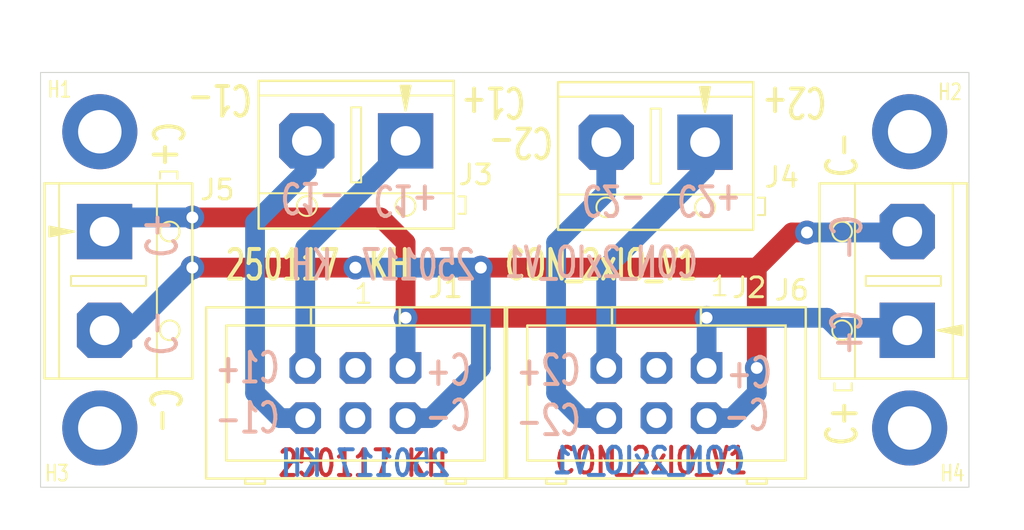
<source format=kicad_pcb>
(kicad_pcb (version 20240108) (generator "pcbnew") (generator_version "8.0")
  (layers (0 "F.Cu" signal) (31 "B.Cu" signal) (34 "B.Paste" user) (35 "F.Paste" user) (36 "B.SilkS" user "B.Silkscreen") (37 "F.SilkS" user "F.Silkscreen") (38 "B.Mask" user) (39 "F.Mask" user) (44 "Edge.Cuts" user))
  (net 0 "")
  (net 2 "/C+")
  (net 3 "/C1+")
  (net 4 "/C1-")
  (net 5 "/C-")
  (net 7 "/C2-")
  (net 8 "/C2+")
  (footprint "_kh_library:MountingHole_2.2mm_M2_Pad_TopBottom_kh" (layer "F.Cu") (at 94.1 64)
    (property "Reference" "H4" (at 2.166 2.294 0) (layer "F.SilkS") (effects (font (size 0.8 0.6) (thickness 0.1) (bold yes))))
    (property "Value" "MountingHole")
    (pad "1" thru_hole circle (at 0 0) (size 2.6 2.6) (drill 2.2) (layers "*.Cu" "*.Mask"))
    (pad "1" connect circle (at 0 0) (size 3.8 3.8) (layers "F.Cu" "F.Mask"))
    (pad "1" connect circle (at 0 0) (size 3.8 3.8) (layers "B.Cu" "B.Mask"))
  )
  (footprint "_kh_library:MountingHole_2.2mm_M2_Pad_TopBottom_kh" (layer "F.Cu") (at 53.1 64)
    (property "Reference" "H3" (at -2.173 2.294 0) (layer "F.SilkS") (effects (font (size 0.8 0.6) (thickness 0.1))))
    (property "Value" "MountingHole")
    (pad "1" thru_hole circle (at 0 0) (size 2.6 2.6) (drill 2.2) (layers "*.Cu" "*.Mask"))
    (pad "1" connect circle (at 0 0) (size 3.8 3.8) (layers "F.Cu" "F.Mask"))
    (pad "1" connect circle (at 0 0) (size 3.8 3.8) (layers "B.Cu" "B.Mask"))
  )
  (footprint "_kh_library:Screw_Terminal_01x02_P5" (layer "F.Cu") (at 93.98 59.055 180)
    (property "Reference" "J6" (at 5.842 2.032 180) (layer "F.SilkS"))
    (property "Value" "Screw_Terminal_01x02_P5")
    (fp_line (start 3.69 -3.04) (end 3.69 -2.68) (stroke (width 0.1)) (layer "F.SilkS"))
    (fp_line (start 2.81 -3.04) (end 3.69 -3.04) (stroke (width 0.1)) (layer "F.SilkS"))
    (fp_line (start 2.81 -3.04) (end 2.81 -2.68) (stroke (width 0.1)) (layer "F.SilkS"))
    (fp_line (start 2.65 -2.44) (end 2.65 7.44) (stroke (width 0.1)) (layer "F.SilkS"))
    (fp_line (start -2.3 -2.44) (end -2.3 7.44) (stroke (width 0.1)) (layer "F.SilkS"))
    (fp_rect (start -1.7 2.25) (end 2.1 2.75) (stroke (width 0.1)) (fill none) (layer "F.SilkS"))
    (fp_rect (start -3.04 -2.44) (end 4.44 7.44) (stroke (width 0.12)) (fill none) (layer "F.SilkS"))
    (fp_circle (center 3.3 5) (end 3.8 5) (stroke (width 0.1)) (fill none) (layer "F.SilkS"))
    (fp_circle (center 3.3 0) (end 3.8 0) (stroke (width 0.1)) (fill none) (layer "F.SilkS"))
    (fp_poly (pts (xy -2.794 -0.254) (xy -1.524 0) (xy -2.794 0.254)) (stroke (width 0.1)) (fill solid) (layer "F.SilkS"))
    (pad "1" thru_hole rect (at 0 0 180) (size 2.8 2.8) (drill 1.5) (layers "*.Cu" "*.Mask") (net 2 "/C+"))
    (pad "2" thru_hole roundrect (at 0 5 180) (size 2.8 2.8) (drill 1.5) (layers "*.Cu" "*.Mask") (roundrect_rratio 0) (chamfer_ratio 0.2) (chamfer top_left top_right bottom_left bottom_right) (net 5 "/C-"))
  )
  (footprint "_kh_library:Screw_Terminal_01x02_P5" (layer "F.Cu") (at 53.34 54.055)
    (property "Reference" "J5" (at 5.715 -2.112 180) (layer "F.SilkS"))
    (property "Value" "Screw_Terminal_01x02_P5")
    (fp_line (start -2.3 -2.44) (end -2.3 7.44) (stroke (width 0.1)) (layer "F.SilkS"))
    (fp_line (start 2.65 -2.44) (end 2.65 7.44) (stroke (width 0.1)) (layer "F.SilkS"))
    (fp_line (start 2.81 -3.04) (end 2.81 -2.68) (stroke (width 0.1)) (layer "F.SilkS"))
    (fp_line (start 2.81 -3.04) (end 3.69 -3.04) (stroke (width 0.1)) (layer "F.SilkS"))
    (fp_line (start 3.69 -3.04) (end 3.69 -2.68) (stroke (width 0.1)) (layer "F.SilkS"))
    (fp_rect (start -3.04 -2.44) (end 4.44 7.44) (stroke (width 0.12)) (fill none) (layer "F.SilkS"))
    (fp_rect (start -1.7 2.25) (end 2.1 2.75) (stroke (width 0.1)) (fill none) (layer "F.SilkS"))
    (fp_circle (center 3.3 0) (end 3.8 0) (stroke (width 0.1)) (fill none) (layer "F.SilkS"))
    (fp_circle (center 3.3 5) (end 3.8 5) (stroke (width 0.1)) (fill none) (layer "F.SilkS"))
    (fp_poly (pts (xy -2.794 -0.254) (xy -1.524 0) (xy -2.794 0.254)) (stroke (width 0.1)) (fill solid) (layer "F.SilkS"))
    (pad "1" thru_hole rect (at 0 0) (size 2.8 2.8) (drill 1.5) (layers "*.Cu" "*.Mask") (net 2 "/C+"))
    (pad "2" thru_hole roundrect (at 0 5) (size 2.8 2.8) (drill 1.5) (layers "*.Cu" "*.Mask") (roundrect_rratio 0) (chamfer_ratio 0.2) (chamfer top_left top_right bottom_left bottom_right) (net 5 "/C-"))
  )
  (footprint "_kh_library:MountingHole_2.2mm_M2_Pad_TopBottom_kh" (layer "F.Cu") (at 53.1 49)
    (property "Reference" "H1" (at -2.046 -2.137 0) (layer "F.SilkS") (effects (font (size 0.8 0.6) (thickness 0.1))))
    (property "Value" "MountingHole")
    (pad "1" thru_hole circle (at 0 0) (size 2.6 2.6) (drill 2.2) (layers "*.Cu" "*.Mask"))
    (pad "1" connect circle (at 0 0) (size 3.8 3.8) (layers "F.Cu" "F.Mask"))
    (pad "1" connect circle (at 0 0) (size 3.8 3.8) (layers "B.Cu" "B.Mask"))
  )
  (footprint "_kh_library:Box_02x03_P2.54mm_Vertical_kh" (layer "F.Cu") (at 68.58 60.96 180)
    (property "Reference" "J1" (at -2.032 4.064 0) (layer "F.SilkS"))
    (property "Value" "Box_02x03_P2.54_Vertical")
    (fp_rect (start 7.12 -5.6) (end 8.12 -5.86) (stroke (width 0.12)) (fill none) (layer "F.SilkS"))
    (fp_rect (start 0.29 3.07) (end 4.79 2.15) (stroke (width 0.12)) (fill none) (layer "F.SilkS"))
    (fp_rect (start -3.04 -5.6) (end -2.04 -5.86) (stroke (width 0.12)) (fill none) (layer "F.SilkS"))
    (fp_rect (start -4 2.15) (end 9.08 -4.69) (stroke (width 0.12)) (fill none) (layer "F.SilkS"))
    (fp_rect (start -5.02 3.07) (end 10.1 -5.6) (stroke (width 0.12)) (fill none) (layer "F.SilkS"))
    (fp_text user "1" (at 2.667 3.175 0) (layer "F.SilkS") (effects (font (thickness 0.1)) (justify left bottom)))
    (pad "1" thru_hole roundrect (at 0 0 180) (size 1.6 1.6) (drill 1) (layers "*.Cu" "*.Mask") (roundrect_rratio 0) (chamfer_ratio 0.2) (chamfer top_left top_right bottom_right) (net 2 "/C+"))
    (pad "2" thru_hole roundrect (at 0 -2.54 180) (size 1.6 1.6) (drill 1) (layers "*.Cu" "*.Mask") (roundrect_rratio 0) (chamfer_ratio 0.2) (chamfer top_left top_right bottom_left bottom_right) (net 5 "/C-"))
    (pad "3" thru_hole roundrect (at 2.54 0 180) (size 1.6 1.6) (drill 1) (layers "*.Cu" "*.Mask") (roundrect_rratio 0) (chamfer_ratio 0.2) (chamfer top_left top_right bottom_left bottom_right))
    (pad "4" thru_hole roundrect (at 2.54 -2.54 180) (size 1.6 1.6) (drill 1) (layers "*.Cu" "*.Mask") (roundrect_rratio 0) (chamfer_ratio 0.2) (chamfer top_left top_right bottom_left bottom_right))
    (pad "5" thru_hole roundrect (at 5.08 0 180) (size 1.6 1.6) (drill 1) (layers "*.Cu" "*.Mask") (roundrect_rratio 0) (chamfer_ratio 0.2) (chamfer top_left top_right bottom_left bottom_right) (net 3 "/C1+"))
    (pad "6" thru_hole roundrect (at 5.08 -2.54 180) (size 1.6 1.6) (drill 1) (layers "*.Cu" "*.Mask") (roundrect_rratio 0) (chamfer_ratio 0.2) (chamfer top_left top_right bottom_left bottom_right) (net 4 "/C1-"))
  )
  (footprint "_kh_library:Screw_Terminal_01x02_P5" (layer "F.Cu") (at 68.58 49.465 -90)
    (property "Reference" "J3" (at 1.716 -3.556 0) (layer "F.SilkS"))
    (property "Value" "Screw_Terminal_01x02_P5")
    (fp_line (start -2.3 -2.44) (end -2.3 7.44) (stroke (width 0.1)) (layer "F.SilkS"))
    (fp_line (start 2.65 -2.44) (end 2.65 7.44) (stroke (width 0.1)) (layer "F.SilkS"))
    (fp_line (start 2.81 -3.04) (end 2.81 -2.68) (stroke (width 0.1)) (layer "F.SilkS"))
    (fp_line (start 2.81 -3.04) (end 3.69 -3.04) (stroke (width 0.1)) (layer "F.SilkS"))
    (fp_line (start 3.69 -3.04) (end 3.69 -2.68) (stroke (width 0.1)) (layer "F.SilkS"))
    (fp_rect (start -1.7 2.25) (end 2.1 2.75) (stroke (width 0.1)) (fill none) (layer "F.SilkS"))
    (fp_rect (start -3.04 -2.44) (end 4.44 7.44) (stroke (width 0.12)) (fill none) (layer "F.SilkS"))
    (fp_circle (center 3.3 5) (end 3.8 5) (stroke (width 0.1)) (fill none) (layer "F.SilkS"))
    (fp_circle (center 3.3 0) (end 3.8 0) (stroke (width 0.1)) (fill none) (layer "F.SilkS"))
    (fp_poly (pts (xy -2.794 -0.254) (xy -1.524 0) (xy -2.794 0.254)) (stroke (width 0.1)) (fill solid) (layer "F.SilkS"))
    (pad "1" thru_hole rect (at 0 0 270) (size 2.8 2.8) (drill 1.5) (layers "*.Cu" "*.Mask") (net 3 "/C1+"))
    (pad "2" thru_hole roundrect (at 0 5 270) (size 2.8 2.8) (drill 1.5) (layers "*.Cu" "*.Mask") (roundrect_rratio 0) (chamfer_ratio 0.2) (chamfer top_left top_right bottom_left bottom_right) (net 4 "/C1-"))
  )
  (footprint "_kh_library:Screw_Terminal_01x02_P5" (layer "F.Cu") (at 83.74 49.53 -90)
    (property "Reference" "J4" (at 1.778 -3.89 0) (layer "F.SilkS"))
    (property "Value" "Screw_Terminal_01x02_P5")
    (fp_line (start -2.3 -2.44) (end -2.3 7.44) (stroke (width 0.1)) (layer "F.SilkS"))
    (fp_line (start 2.65 -2.44) (end 2.65 7.44) (stroke (width 0.1)) (layer "F.SilkS"))
    (fp_line (start 2.81 -3.04) (end 2.81 -2.68) (stroke (width 0.1)) (layer "F.SilkS"))
    (fp_line (start 2.81 -3.04) (end 3.69 -3.04) (stroke (width 0.1)) (layer "F.SilkS"))
    (fp_line (start 3.69 -3.04) (end 3.69 -2.68) (stroke (width 0.1)) (layer "F.SilkS"))
    (fp_rect (start -1.7 2.25) (end 2.1 2.75) (stroke (width 0.1)) (fill none) (layer "F.SilkS"))
    (fp_rect (start -3.04 -2.44) (end 4.44 7.44) (stroke (width 0.12)) (fill none) (layer "F.SilkS"))
    (fp_circle (center 3.3 5) (end 3.8 5) (stroke (width 0.1)) (fill none) (layer "F.SilkS"))
    (fp_circle (center 3.3 0) (end 3.8 0) (stroke (width 0.1)) (fill none) (layer "F.SilkS"))
    (fp_poly (pts (xy -2.794 -0.254) (xy -1.524 0) (xy -2.794 0.254)) (stroke (width 0.1)) (fill solid) (layer "F.SilkS"))
    (pad "1" thru_hole rect (at 0 0 270) (size 2.8 2.8) (drill 1.5) (layers "*.Cu" "*.Mask") (net 8 "/C2+"))
    (pad "2" thru_hole roundrect (at 0 5 270) (size 2.8 2.8) (drill 1.5) (layers "*.Cu" "*.Mask") (roundrect_rratio 0) (chamfer_ratio 0.2) (chamfer top_left top_right bottom_left bottom_right) (net 7 "/C2-"))
  )
  (footprint "_kh_library:MountingHole_2.2mm_M2_Pad_TopBottom_kh" (layer "F.Cu") (at 94.1 49)
    (property "Reference" "H2" (at 2.039 -2.01 0) (layer "F.SilkS") (effects (font (size 0.8 0.6) (thickness 0.1) (bold yes))))
    (property "Value" "MountingHole")
    (pad "1" thru_hole circle (at 0 0) (size 2.6 2.6) (drill 2.2) (layers "*.Cu" "*.Mask"))
    (pad "1" connect circle (at 0 0) (size 3.8 3.8) (layers "F.Cu" "F.Mask"))
    (pad "1" connect circle (at 0 0) (size 3.8 3.8) (layers "B.Cu" "B.Mask"))
  )
  (footprint "_kh_library:Box_02x03_P2.54mm_Vertical_kh" (layer "F.Cu") (at 83.82 60.96 180)
    (property "Reference" "J2" (at -2.159 4.064 0) (layer "F.SilkS"))
    (property "Value" "~" (hide yes))
    (fp_rect (start 7.12 -5.6) (end 8.12 -5.86) (stroke (width 0.12)) (fill none) (layer "F.SilkS"))
    (fp_rect (start 0.29 3.07) (end 4.79 2.15) (stroke (width 0.12)) (fill none) (layer "F.SilkS"))
    (fp_rect (start -3.04 -5.6) (end -2.04 -5.86) (stroke (width 0.12)) (fill none) (layer "F.SilkS"))
    (fp_rect (start -4 2.15) (end 9.08 -4.69) (stroke (width 0.12)) (fill none) (layer "F.SilkS"))
    (fp_rect (start -5.02 3.07) (end 10.1 -5.6) (stroke (width 0.12)) (fill none) (layer "F.SilkS"))
    (fp_text user "1" (at -0.127 3.556 0) (layer "F.SilkS") (effects (font (thickness 0.1)) (justify left bottom)))
    (pad "1" thru_hole roundrect (at 0 0 180) (size 1.6 1.6) (drill 1) (layers "*.Cu" "*.Mask") (roundrect_rratio 0) (chamfer_ratio 0.2) (chamfer top_left top_right bottom_right) (net 2 "/C+"))
    (pad "2" thru_hole roundrect (at 0 -2.54 180) (size 1.6 1.6) (drill 1) (layers "*.Cu" "*.Mask") (roundrect_rratio 0) (chamfer_ratio 0.2) (chamfer top_left top_right bottom_left bottom_right) (net 5 "/C-"))
    (pad "3" thru_hole roundrect (at 2.54 0 180) (size 1.6 1.6) (drill 1) (layers "*.Cu" "*.Mask") (roundrect_rratio 0) (chamfer_ratio 0.2) (chamfer top_left top_right bottom_left bottom_right))
    (pad "4" thru_hole roundrect (at 2.54 -2.54 180) (size 1.6 1.6) (drill 1) (layers "*.Cu" "*.Mask") (roundrect_rratio 0) (chamfer_ratio 0.2) (chamfer top_left top_right bottom_left bottom_right))
    (pad "5" thru_hole roundrect (at 5.08 0 180) (size 1.6 1.6) (drill 1) (layers "*.Cu" "*.Mask") (roundrect_rratio 0) (chamfer_ratio 0.2) (chamfer top_left top_right bottom_left bottom_right) (net 8 "/C2+"))
    (pad "6" thru_hole roundrect (at 5.08 -2.54 180) (size 1.6 1.6) (drill 1) (layers "*.Cu" "*.Mask") (roundrect_rratio 0) (chamfer_ratio 0.2) (chamfer top_left top_right bottom_left bottom_right) (net 7 "/C2-"))
  )
  (gr_rect (start 50.1 46) (end 97.1 67) (stroke (width 0.05)) (fill none) (layer "Edge.Cuts"))
  (gr_text "250117 KH" (at 66.421 65.786 0) (layer "F.Cu") (effects (font (size 1.3 1) (thickness 0.2) (bold yes))))
  (gr_text "CON_2xIO_V1" (at 81.026 65.659 0) (layer "F.Cu") (effects (font (size 1.3 1) (thickness 0.2) (bold yes))))
  (gr_text "250117 KH" (at 66.548 65.786 0) (layer "B.Cu") (effects (font (size 1.3 1) (thickness 0.2) (bold yes)) (justify mirror)))
  (gr_text "CON_2xIO_V1" (at 80.899 65.659 0) (layer "B.Cu") (effects (font (size 1.3 1) (thickness 0.2) (bold yes)) (justify mirror)))
  (gr_text "CON_2xIO_V1" (at 78.486 55.626 0) (layer "B.SilkS") (effects (font (size 1.5 1) (thickness 0.2) (bold yes)) (justify mirror)))
  (gr_text "C2+" (at 83.947 52.451 180) (layer "B.SilkS") (effects (font (size 1.5 1) (thickness 0.2) (bold yes)) (justify mirror)))
  (gr_text "C-" (at 90.932 54.356 90) (layer "B.SilkS") (effects (font (size 1.5 1) (thickness 0.2) (bold yes)) (justify mirror)))
  (gr_text "250117  KH" (at 67.437 55.753 0) (layer "B.SilkS") (effects (font (size 1.5 1) (thickness 0.2) (bold yes)) (justify mirror)))
  (gr_text "C+" (at 90.932 59.182 90) (layer "B.SilkS") (effects (font (size 1.5 1) (thickness 0.2) (bold yes)) (justify mirror)))
  (gr_text "C1+" (at 68.58 52.451 180) (layer "B.SilkS") (effects (font (size 1.5 1) (thickness 0.2) (bold yes)) (justify mirror)))
  (gr_text "C+" (at 56.134 54.229 270) (layer "B.SilkS") (effects (font (size 1.5 1) (thickness 0.2) (bold yes)) (justify mirror)))
  (gr_text "C+" (at 85.979 61.214 0) (layer "B.SilkS") (effects (font (size 1.5 1) (thickness 0.2) (bold yes)) (justify mirror)))
  (gr_text "C-" (at 85.852 63.373 0) (layer "B.SilkS") (effects (font (size 1.5 1) (thickness 0.2) (bold yes)) (justify mirror)))
  (gr_text "C-" (at 56.134 59.182 270) (layer "B.SilkS") (effects (font (size 1.5 1) (thickness 0.2) (bold yes)) (justify mirror)))
  (gr_text "C-" (at 70.739 63.373 0) (layer "B.SilkS") (effects (font (size 1.5 1) (thickness 0.2) (bold yes)) (justify mirror)))
  (gr_text "C2-" (at 79.121 52.451 180) (layer "B.SilkS") (effects (font (size 1.5 1) (thickness 0.2) (bold yes)) (justify mirror)))
  (gr_text "C1-" (at 60.579 63.5 0) (layer "B.SilkS") (effects (font (size 1.5 1) (thickness 0.2) (bold yes)) (justify mirror)))
  (gr_text "C2-" (at 75.819 63.627 0) (layer "B.SilkS") (effects (font (size 1.5 1) (thickness 0.2) (bold yes)) (justify mirror)))
  (gr_text "C1-" (at 63.881 52.324 180) (layer "B.SilkS") (effects (font (size 1.5 1) (thickness 0.2) (bold yes)) (justify mirror)))
  (gr_text "C2+" (at 75.819 61.087 0) (layer "B.SilkS") (effects (font (size 1.5 1) (thickness 0.2) (bold yes)) (justify mirror)))
  (gr_text "C+" (at 70.739 61.087 0) (layer "B.SilkS") (effects (font (size 1.5 1) (thickness 0.2) (bold yes)) (justify mirror)))
  (gr_text "C1+" (at 60.579 60.96 0) (layer "B.SilkS") (effects (font (size 1.5 1) (thickness 0.2) (bold yes)) (justify mirror)))
  (gr_text "C-" (at 90.678 50.165 90) (layer "F.SilkS") (effects (font (size 1.5 1) (thickness 0.2) (bold yes))))
  (gr_text "CON_2xIO_V1" (at 78.486 55.753 0) (layer "F.SilkS") (effects (font (size 1.5 1) (thickness 0.2) (bold yes))))
  (gr_text "C+" (at 90.678 63.754 90) (layer "F.SilkS") (effects (font (size 1.5 1) (thickness 0.2) (bold yes))))
  (gr_text "C2+" (at 88.265 47.498 180) (layer "F.SilkS") (effects (font (size 1.5 1) (thickness 0.2) (bold yes))))
  (gr_text "C-" (at 56.388 63.119 270) (layer "F.SilkS") (effects (font (size 1.5 1) (thickness 0.2) (bold yes))))
  (gr_text "C2-" (at 74.422 49.53 180) (layer "F.SilkS") (effects (font (size 1.5 1) (thickness 0.2) (bold yes))))
  (gr_text "C1+" (at 73.025 47.498 180) (layer "F.SilkS") (effects (font (size 1.5 1) (thickness 0.2) (bold yes))))
  (gr_text "250117  KH" (at 64.135 55.753 0) (layer "F.SilkS") (effects (font (size 1.5 1) (thickness 0.2) (bold yes))))
  (gr_text "C+" (at 56.515 49.657 270) (layer "F.SilkS") (effects (font (size 1.5 1) (thickness 0.2) (bold yes))))
  (gr_text "C1-" (at 59.182 47.371 180) (layer "F.SilkS") (effects (font (size 1.5 1) (thickness 0.2) (bold yes))))
  (segment (start 57.785 53.34) (end 67.31 53.34) (width 1) (layer "F.Cu") (net 2))
  (segment (start 67.31 53.34) (end 68.58 54.61) (width 1) (layer "F.Cu") (net 2))
  (segment (start 68.58 54.61) (end 68.58 58.42) (width 1) (layer "F.Cu") (net 2))
  (segment (start 83.82 58.42) (end 68.58 58.42) (width 1) (layer "F.Cu") (net 2))
  (via (at 57.785 53.34) (size 1.2) (drill 0.6) (layers "F.Cu" "B.Cu") (net 2))
  (via (at 68.58 58.42) (size 1.2) (drill 0.6) (layers "F.Cu" "B.Cu") (net 2))
  (via (at 83.82 58.42) (size 1.2) (drill 0.6) (layers "F.Cu" "B.Cu") (net 2))
  (segment (start 90.424 58.928) (end 93.853 58.928) (width 1) (layer "B.Cu") (net 2))
  (segment (start 89.916 58.42) (end 90.424 58.928) (width 1) (layer "B.Cu") (net 2))
  (segment (start 83.82 58.42) (end 89.916 58.42) (width 1) (layer "B.Cu") (net 2))
  (segment (start 68.58 60.96) (end 68.58 58.42) (width 1) (layer "B.Cu") (net 2))
  (segment (start 57.785 53.34) (end 54.055 53.34) (width 1) (layer "B.Cu") (net 2))
  (segment (start 83.82 60.96) (end 83.82 58.42) (width 1) (layer "B.Cu") (net 2))
  (segment (start 63.5 54.864) (end 68.58 49.784) (width 1) (layer "B.Cu") (net 3))
  (segment (start 63.5 60.96) (end 63.5 54.864) (width 1) (layer "B.Cu") (net 3))
  (segment (start 60.96 53.594) (end 60.96 62.23) (width 1) (layer "B.Cu") (net 4))
  (segment (start 60.96 62.23) (end 62.23 63.5) (width 1) (layer "B.Cu") (net 4))
  (segment (start 63.58 49.465) (end 63.58 50.974) (width 1) (layer "B.Cu") (net 4))
  (segment (start 63.58 50.974) (end 60.96 53.594) (width 1) (layer "B.Cu") (net 4))
  (segment (start 62.23 63.5) (end 63.5 63.5) (width 1) (layer "B.Cu") (net 4))
  (segment (start 57.785 55.88) (end 66.04 55.88) (width 1) (layer "F.Cu") (net 5))
  (segment (start 86.36 55.88) (end 88.138 54.102) (width 1) (layer "F.Cu") (net 5))
  (segment (start 86.36 55.88) (end 72.39 55.88) (width 1) (layer "F.Cu") (net 5))
  (segment (start 86.36 60.96) (end 86.36 55.88) (width 1) (layer "F.Cu") (net 5))
  (segment (start 88.138 54.102) (end 88.9 54.102) (width 1) (layer "F.Cu") (net 5))
  (via (at 66.04 55.88) (size 1.2) (drill 0.6) (layers "F.Cu" "B.Cu") (net 5))
  (via (at 72.39 55.88) (size 1.2) (drill 0.6) (layers "F.Cu" "B.Cu") (net 5))
  (via (at 57.785 55.88) (size 1.2) (drill 0.6) (layers "F.Cu" "B.Cu") (net 5))
  (via (at 86.36 60.96) (size 1.2) (drill 0.6) (layers "F.Cu" "B.Cu") (net 5))
  (via (at 88.9 54.102) (size 1.2) (drill 0.6) (layers "F.Cu" "B.Cu") (net 5))
  (segment (start 88.9 54.102) (end 93.933 54.102) (width 1) (layer "B.Cu") (net 5))
  (segment (start 54.61 59.055) (end 53.34 59.055) (width 1) (layer "B.Cu") (net 5))
  (segment (start 85.09 63.5) (end 83.82 63.5) (width 1) (layer "B.Cu") (net 5))
  (segment (start 72.39 55.88) (end 66.04 55.88) (width 1) (layer "B.Cu") (net 5))
  (segment (start 72.39 60.96) (end 69.85 63.5) (width 1) (layer "B.Cu") (net 5))
  (segment (start 69.85 63.5) (end 68.58 63.5) (width 1) (layer "B.Cu") (net 5))
  (segment (start 57.785 55.88) (end 54.61 59.055) (width 1) (layer "B.Cu") (net 5))
  (segment (start 86.36 60.96) (end 86.36 62.23) (width 1) (layer "B.Cu") (net 5))
  (segment (start 86.36 62.23) (end 85.09 63.5) (width 1) (layer "B.Cu") (net 5))
  (segment (start 72.39 55.88) (end 72.39 60.96) (width 1) (layer "B.Cu") (net 5))
  (segment (start 77.47 63.5) (end 76.2 62.23) (width 1) (layer "B.Cu") (net 7))
  (segment (start 78.74 63.5) (end 77.47 63.5) (width 1) (layer "B.Cu") (net 7))
  (segment (start 76.2 54.61) (end 78.74 52.07) (width 1) (layer "B.Cu") (net 7))
  (segment (start 78.74 52.07) (end 78.74 48.83) (width 1) (layer "B.Cu") (net 7))
  (segment (start 76.2 62.23) (end 76.2 54.61) (width 1) (layer "B.Cu") (net 7))
  (segment (start 78.74 60.96) (end 78.74 55.88) (width 1) (layer "B.Cu") (net 8))
  (segment (start 78.74 55.88) (end 83.74 50.88) (width 1) (layer "B.Cu") (net 8))
  (segment (start 83.74 50.88) (end 83.74 48.83) (width 1) (layer "B.Cu") (net 8))
)
</source>
